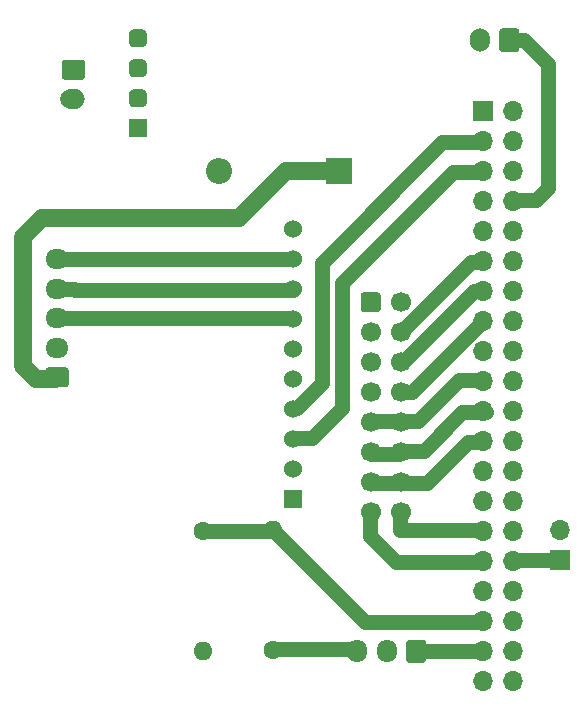
<source format=gbr>
%TF.GenerationSoftware,KiCad,Pcbnew,(5.1.8-0-10_14)*%
%TF.CreationDate,2021-09-21T14:49:06-04:00*%
%TF.ProjectId,PiHatPro,50694861-7450-4726-9f2e-6b696361645f,rev?*%
%TF.SameCoordinates,PX9b0780PY44cb540*%
%TF.FileFunction,Copper,L4,Bot*%
%TF.FilePolarity,Positive*%
%FSLAX46Y46*%
G04 Gerber Fmt 4.6, Leading zero omitted, Abs format (unit mm)*
G04 Created by KiCad (PCBNEW (5.1.8-0-10_14)) date 2021-09-21 14:49:06*
%MOMM*%
%LPD*%
G01*
G04 APERTURE LIST*
%TA.AperFunction,ComponentPad*%
%ADD10C,1.524000*%
%TD*%
%TA.AperFunction,ComponentPad*%
%ADD11R,1.524000X1.524000*%
%TD*%
%TA.AperFunction,ComponentPad*%
%ADD12O,1.950000X1.700000*%
%TD*%
%TA.AperFunction,ComponentPad*%
%ADD13O,1.700000X1.700000*%
%TD*%
%TA.AperFunction,ComponentPad*%
%ADD14R,1.700000X1.700000*%
%TD*%
%TA.AperFunction,ComponentPad*%
%ADD15O,1.600000X1.600000*%
%TD*%
%TA.AperFunction,ComponentPad*%
%ADD16C,1.600000*%
%TD*%
%TA.AperFunction,ComponentPad*%
%ADD17O,1.700000X1.950000*%
%TD*%
%TA.AperFunction,ComponentPad*%
%ADD18C,1.700000*%
%TD*%
%TA.AperFunction,ComponentPad*%
%ADD19O,1.700000X2.000000*%
%TD*%
%TA.AperFunction,ComponentPad*%
%ADD20O,2.200000X2.200000*%
%TD*%
%TA.AperFunction,ComponentPad*%
%ADD21R,2.200000X2.200000*%
%TD*%
%TA.AperFunction,ComponentPad*%
%ADD22O,2.000000X1.700000*%
%TD*%
%TA.AperFunction,Conductor*%
%ADD23C,1.500000*%
%TD*%
%TA.AperFunction,Conductor*%
%ADD24C,1.250000*%
%TD*%
G04 APERTURE END LIST*
D10*
%TO.P,U2,10*%
%TO.N,Net-(U2-Pad10)*%
X24700000Y41280000D03*
%TO.P,U2,9*%
%TO.N,JOYSTICK_SW*%
X24700000Y38740000D03*
%TO.P,U2,8*%
%TO.N,JOYSTICK_Y*%
X24700000Y36200000D03*
%TO.P,U2,7*%
%TO.N,JOYSTICK_X*%
X24700000Y33660000D03*
%TO.P,U2,6*%
%TO.N,Net-(U2-Pad6)*%
X24700000Y31120000D03*
%TO.P,U2,5*%
%TO.N,GND*%
X24700000Y28580000D03*
%TO.P,U2,4*%
%TO.N,SDA*%
X24700000Y26040000D03*
%TO.P,U2,3*%
%TO.N,SCL*%
X24700000Y23500000D03*
%TO.P,U2,2*%
%TO.N,GND*%
X24700000Y20960000D03*
D11*
%TO.P,U2,1*%
%TO.N,+3V3*%
X24700000Y18420000D03*
%TD*%
D12*
%TO.P,J4,5*%
%TO.N,JOYSTICK_SW*%
X4700000Y38700000D03*
%TO.P,J4,4*%
%TO.N,JOYSTICK_Y*%
X4700000Y36200000D03*
%TO.P,J4,3*%
%TO.N,JOYSTICK_X*%
X4700000Y33700000D03*
%TO.P,J4,2*%
%TO.N,GND*%
X4700000Y31200000D03*
%TO.P,J4,1*%
%TO.N,+5V*%
%TA.AperFunction,ComponentPad*%
G36*
G01*
X5425000Y27850000D02*
X3975000Y27850000D01*
G75*
G02*
X3725000Y28100000I0J250000D01*
G01*
X3725000Y29300000D01*
G75*
G02*
X3975000Y29550000I250000J0D01*
G01*
X5425000Y29550000D01*
G75*
G02*
X5675000Y29300000I0J-250000D01*
G01*
X5675000Y28100000D01*
G75*
G02*
X5425000Y27850000I-250000J0D01*
G01*
G37*
%TD.AperFunction*%
%TD*%
D13*
%TO.P,J9,2*%
%TO.N,GND*%
X47250000Y15790000D03*
D14*
%TO.P,J9,1*%
%TO.N,Buzzer*%
X47250000Y13250000D03*
%TD*%
D15*
%TO.P,R2,2*%
%TO.N,GND*%
X17100000Y5540000D03*
D16*
%TO.P,R2,1*%
%TO.N,ZProbe3V3*%
X17100000Y15700000D03*
%TD*%
D15*
%TO.P,R1,2*%
%TO.N,ZProbe3V3*%
X23000000Y15760000D03*
D16*
%TO.P,R1,1*%
%TO.N,ZProbeIn*%
X23000000Y5600000D03*
%TD*%
D17*
%TO.P,J5,3*%
%TO.N,ZProbeIn*%
X30100000Y5500000D03*
%TO.P,J5,2*%
%TO.N,GND*%
X32600000Y5500000D03*
%TO.P,J5,1*%
%TO.N,LaserControl*%
%TA.AperFunction,ComponentPad*%
G36*
G01*
X35950000Y6225000D02*
X35950000Y4775000D01*
G75*
G02*
X35700000Y4525000I-250000J0D01*
G01*
X34500000Y4525000D01*
G75*
G02*
X34250000Y4775000I0J250000D01*
G01*
X34250000Y6225000D01*
G75*
G02*
X34500000Y6475000I250000J0D01*
G01*
X35700000Y6475000D01*
G75*
G02*
X35950000Y6225000I0J-250000D01*
G01*
G37*
%TD.AperFunction*%
%TD*%
D18*
%TO.P,J6,16*%
%TO.N,T_IRQ*%
X33790000Y17288000D03*
%TO.P,J6,14*%
%TO.N,SLCK*%
X33790000Y19828000D03*
%TO.P,J6,12*%
%TO.N,MISO*%
X33790000Y22368000D03*
%TO.P,J6,10*%
%TO.N,MOSI*%
X33790000Y24908000D03*
%TO.P,J6,8*%
%TO.N,RESET*%
X33790000Y27448000D03*
%TO.P,J6,6*%
%TO.N,DC*%
X33790000Y29988000D03*
%TO.P,J6,4*%
%TO.N,CS*%
X33790000Y32528000D03*
%TO.P,J6,2*%
%TO.N,+5V*%
X33790000Y35068000D03*
%TO.P,J6,15*%
%TO.N,T_CS*%
X31250000Y17288000D03*
%TO.P,J6,13*%
%TO.N,SLCK*%
X31250000Y19828000D03*
%TO.P,J6,11*%
%TO.N,MISO*%
X31250000Y22368000D03*
%TO.P,J6,9*%
%TO.N,MOSI*%
X31250000Y24908000D03*
%TO.P,J6,7*%
%TO.N,Net-(J6-Pad7)*%
X31250000Y27448000D03*
%TO.P,J6,5*%
%TO.N,Net-(J6-Pad5)*%
X31250000Y29988000D03*
%TO.P,J6,3*%
%TO.N,GND*%
X31250000Y32528000D03*
%TO.P,J6,1*%
%TO.N,+5V*%
%TA.AperFunction,ComponentPad*%
G36*
G01*
X30400000Y34468000D02*
X30400000Y35668000D01*
G75*
G02*
X30650000Y35918000I250000J0D01*
G01*
X31850000Y35918000D01*
G75*
G02*
X32100000Y35668000I0J-250000D01*
G01*
X32100000Y34468000D01*
G75*
G02*
X31850000Y34218000I-250000J0D01*
G01*
X30650000Y34218000D01*
G75*
G02*
X30400000Y34468000I0J250000D01*
G01*
G37*
%TD.AperFunction*%
%TD*%
D13*
%TO.P,J1,40*%
%TO.N,Net-(J1-Pad40)*%
X43290000Y2990000D03*
%TO.P,J1,39*%
%TO.N,GND*%
X40750000Y2990000D03*
%TO.P,J1,38*%
%TO.N,Net-(J1-Pad38)*%
X43290000Y5530000D03*
%TO.P,J1,37*%
%TO.N,LaserControl*%
X40750000Y5530000D03*
%TO.P,J1,36*%
%TO.N,Net-(J1-Pad36)*%
X43290000Y8070000D03*
%TO.P,J1,35*%
%TO.N,ZProbe3V3*%
X40750000Y8070000D03*
%TO.P,J1,34*%
%TO.N,GND*%
X43290000Y10610000D03*
%TO.P,J1,33*%
%TO.N,Net-(J1-Pad33)*%
X40750000Y10610000D03*
%TO.P,J1,32*%
%TO.N,Buzzer*%
X43290000Y13150000D03*
%TO.P,J1,31*%
%TO.N,T_CS*%
X40750000Y13150000D03*
%TO.P,J1,30*%
%TO.N,GND*%
X43290000Y15690000D03*
%TO.P,J1,29*%
%TO.N,T_IRQ*%
X40750000Y15690000D03*
%TO.P,J1,28*%
%TO.N,Net-(J1-Pad28)*%
X43290000Y18230000D03*
%TO.P,J1,27*%
%TO.N,Net-(J1-Pad27)*%
X40750000Y18230000D03*
%TO.P,J1,26*%
%TO.N,Net-(J1-Pad26)*%
X43290000Y20770000D03*
%TO.P,J1,25*%
%TO.N,GND*%
X40750000Y20770000D03*
%TO.P,J1,24*%
%TO.N,Net-(J1-Pad24)*%
X43290000Y23310000D03*
%TO.P,J1,23*%
%TO.N,SLCK*%
X40750000Y23310000D03*
%TO.P,J1,22*%
%TO.N,Net-(J1-Pad22)*%
X43290000Y25850000D03*
%TO.P,J1,21*%
%TO.N,MISO*%
X40750000Y25850000D03*
%TO.P,J1,20*%
%TO.N,GND*%
X43290000Y28390000D03*
%TO.P,J1,19*%
%TO.N,MOSI*%
X40750000Y28390000D03*
%TO.P,J1,18*%
%TO.N,Net-(J1-Pad18)*%
X43290000Y30930000D03*
%TO.P,J1,17*%
%TO.N,+3V3*%
X40750000Y30930000D03*
%TO.P,J1,16*%
%TO.N,Net-(J1-Pad16)*%
X43290000Y33470000D03*
%TO.P,J1,15*%
%TO.N,RESET*%
X40750000Y33470000D03*
%TO.P,J1,14*%
%TO.N,GND*%
X43290000Y36010000D03*
%TO.P,J1,13*%
%TO.N,DC*%
X40750000Y36010000D03*
%TO.P,J1,12*%
%TO.N,Net-(J1-Pad12)*%
X43290000Y38550000D03*
%TO.P,J1,11*%
%TO.N,CS*%
X40750000Y38550000D03*
%TO.P,J1,10*%
%TO.N,Net-(J1-Pad10)*%
X43290000Y41090000D03*
%TO.P,J1,9*%
%TO.N,GND*%
X40750000Y41090000D03*
%TO.P,J1,8*%
%TO.N,UVControl*%
X43290000Y43630000D03*
%TO.P,J1,7*%
%TO.N,Net-(J1-Pad7)*%
X40750000Y43630000D03*
%TO.P,J1,6*%
%TO.N,GND*%
X43290000Y46170000D03*
%TO.P,J1,5*%
%TO.N,SCL*%
X40750000Y46170000D03*
%TO.P,J1,4*%
%TO.N,+5V*%
X43290000Y48710000D03*
%TO.P,J1,3*%
%TO.N,SDA*%
X40750000Y48710000D03*
%TO.P,J1,2*%
%TO.N,+5V*%
X43290000Y51250000D03*
D14*
%TO.P,J1,1*%
%TO.N,+3V3*%
X40750000Y51250000D03*
%TD*%
D19*
%TO.P,J3,2*%
%TO.N,GND*%
X40500000Y57250000D03*
%TO.P,J3,1*%
%TO.N,UVControl*%
%TA.AperFunction,ComponentPad*%
G36*
G01*
X43850000Y58000000D02*
X43850000Y56500000D01*
G75*
G02*
X43600000Y56250000I-250000J0D01*
G01*
X42400000Y56250000D01*
G75*
G02*
X42150000Y56500000I0J250000D01*
G01*
X42150000Y58000000D01*
G75*
G02*
X42400000Y58250000I250000J0D01*
G01*
X43600000Y58250000D01*
G75*
G02*
X43850000Y58000000I0J-250000D01*
G01*
G37*
%TD.AperFunction*%
%TD*%
%TO.P,U1,4*%
%TO.N,Net-(U1-Pad4)*%
%TA.AperFunction,ComponentPad*%
G36*
G01*
X11931000Y56648000D02*
X11169000Y56648000D01*
G75*
G02*
X10788000Y57029000I0J381000D01*
G01*
X10788000Y57791000D01*
G75*
G02*
X11169000Y58172000I381000J0D01*
G01*
X11931000Y58172000D01*
G75*
G02*
X12312000Y57791000I0J-381000D01*
G01*
X12312000Y57029000D01*
G75*
G02*
X11931000Y56648000I-381000J0D01*
G01*
G37*
%TD.AperFunction*%
%TO.P,U1,3*%
%TO.N,+24V*%
%TA.AperFunction,ComponentPad*%
G36*
G01*
X11931000Y54108000D02*
X11169000Y54108000D01*
G75*
G02*
X10788000Y54489000I0J381000D01*
G01*
X10788000Y55251000D01*
G75*
G02*
X11169000Y55632000I381000J0D01*
G01*
X11931000Y55632000D01*
G75*
G02*
X12312000Y55251000I0J-381000D01*
G01*
X12312000Y54489000D01*
G75*
G02*
X11931000Y54108000I-381000J0D01*
G01*
G37*
%TD.AperFunction*%
%TO.P,U1,2*%
%TO.N,GND*%
%TA.AperFunction,ComponentPad*%
G36*
G01*
X11931000Y51568000D02*
X11169000Y51568000D01*
G75*
G02*
X10788000Y51949000I0J381000D01*
G01*
X10788000Y52711000D01*
G75*
G02*
X11169000Y53092000I381000J0D01*
G01*
X11931000Y53092000D01*
G75*
G02*
X12312000Y52711000I0J-381000D01*
G01*
X12312000Y51949000D01*
G75*
G02*
X11931000Y51568000I-381000J0D01*
G01*
G37*
%TD.AperFunction*%
D11*
%TO.P,U1,1*%
%TO.N,Net-(D1-Pad2)*%
X11550000Y49790000D03*
%TD*%
D20*
%TO.P,D1,2*%
%TO.N,Net-(D1-Pad2)*%
X18440000Y46200000D03*
D21*
%TO.P,D1,1*%
%TO.N,+5V*%
X28600000Y46200000D03*
%TD*%
%TO.P,J2,1*%
%TO.N,+24V*%
%TA.AperFunction,ComponentPad*%
G36*
G01*
X5334000Y55600000D02*
X6834000Y55600000D01*
G75*
G02*
X7084000Y55350000I0J-250000D01*
G01*
X7084000Y54150000D01*
G75*
G02*
X6834000Y53900000I-250000J0D01*
G01*
X5334000Y53900000D01*
G75*
G02*
X5084000Y54150000I0J250000D01*
G01*
X5084000Y55350000D01*
G75*
G02*
X5334000Y55600000I250000J0D01*
G01*
G37*
%TD.AperFunction*%
D22*
%TO.P,J2,2*%
%TO.N,GND*%
X6084000Y52250000D03*
%TD*%
D23*
%TO.N,GND*%
X6000000Y52250000D02*
X5740000Y52250000D01*
%TO.N,+5V*%
X4500000Y28600000D02*
X2900000Y28600000D01*
X2900000Y28600000D02*
X1800000Y29700000D01*
X1800000Y29700000D02*
X1800000Y40600000D01*
X1800000Y40600000D02*
X3400000Y42200000D01*
X3400000Y42200000D02*
X6300000Y42200000D01*
X5100000Y42200000D02*
X6300000Y42200000D01*
X24100000Y46200000D02*
X28400000Y46200000D01*
X20100000Y42200000D02*
X24100000Y46200000D01*
X6300000Y42200000D02*
X20100000Y42200000D01*
D24*
%TO.N,SLCK*%
X36000000Y19750000D02*
X39500000Y23250000D01*
X39500000Y23250000D02*
X40750000Y23250000D01*
X31250000Y19750000D02*
X36000000Y19750000D01*
%TO.N,MOSI*%
X31250000Y25000000D02*
X34000000Y25000000D01*
X33750000Y25000000D02*
X35250000Y25000000D01*
X38750000Y28500000D02*
X40750000Y28500000D01*
X35250000Y25000000D02*
X38750000Y28500000D01*
%TO.N,MISO*%
X33500000Y22250000D02*
X33750000Y22500000D01*
X31250000Y22250000D02*
X33500000Y22250000D01*
X33750000Y22500000D02*
X35750000Y22500000D01*
X39000000Y25750000D02*
X41000000Y25750000D01*
X35750000Y22500000D02*
X39000000Y25750000D01*
%TO.N,T_IRQ*%
X40500000Y15750000D02*
X33750000Y15750000D01*
X33750000Y15750000D02*
X33750000Y17250000D01*
%TO.N,RESET*%
X34750000Y27500000D02*
X40750000Y33500000D01*
X33750000Y27500000D02*
X34750000Y27500000D01*
%TO.N,DC*%
X34000000Y30000000D02*
X40000000Y36000000D01*
X33750000Y30000000D02*
X34000000Y30000000D01*
X40750000Y36000000D02*
X40000000Y36000000D01*
%TO.N,CS*%
X33750000Y32500000D02*
X33775002Y32500000D01*
X40500000Y38500000D02*
X40750000Y38500000D01*
X33750000Y32500000D02*
X39750000Y38500000D01*
X39750000Y38500000D02*
X40750000Y38500000D01*
%TO.N,T_CS*%
X40700000Y13100000D02*
X33400000Y13100000D01*
X31200000Y15300000D02*
X31200000Y17100000D01*
X33400000Y13100000D02*
X31200000Y15300000D01*
%TO.N,LaserControl*%
X40500000Y5500000D02*
X40600000Y5400000D01*
X35100000Y5500000D02*
X40500000Y5500000D01*
%TO.N,UVControl*%
X44250000Y57250000D02*
X43000000Y57250000D01*
X46250000Y55250000D02*
X44250000Y57250000D01*
X46250000Y44750000D02*
X46250000Y55250000D01*
X45250000Y43750000D02*
X46250000Y44750000D01*
X43250000Y43750000D02*
X45250000Y43750000D01*
%TO.N,ZProbe3V3*%
X22900000Y15700000D02*
X17000000Y15700000D01*
X30800000Y8000000D02*
X23000000Y15800000D01*
X40600000Y8000000D02*
X30800000Y8000000D01*
%TO.N,SCL*%
X24600000Y23600000D02*
X26300000Y23600000D01*
X26300000Y23600000D02*
X28800000Y26100000D01*
X28800000Y26100000D02*
X28800000Y36700000D01*
X38200000Y46100000D02*
X40700000Y46100000D01*
X28800000Y36700000D02*
X38200000Y46100000D01*
%TO.N,SDA*%
X24600000Y26100000D02*
X25000000Y26100000D01*
X25000000Y26100000D02*
X27100000Y28200000D01*
X27100000Y28200000D02*
X27100000Y38400000D01*
X37300000Y48600000D02*
X40800000Y48600000D01*
X27100000Y38400000D02*
X37300000Y48600000D01*
%TO.N,ZProbeIn*%
X29800000Y5700000D02*
X29900000Y5600000D01*
X23000000Y5700000D02*
X29800000Y5700000D01*
%TO.N,Buzzer*%
X43250000Y13250000D02*
X47250000Y13250000D01*
%TO.N,JOYSTICK_SW*%
X24700000Y38700000D02*
X24800000Y38800000D01*
X4800000Y38700000D02*
X24700000Y38700000D01*
%TO.N,JOYSTICK_Y*%
X6100000Y36200000D02*
X4600000Y36200000D01*
X6200000Y36100000D02*
X6100000Y36200000D01*
X24700000Y36100000D02*
X6200000Y36100000D01*
%TO.N,JOYSTICK_X*%
X4800000Y33700000D02*
X24600000Y33700000D01*
%TD*%
M02*

</source>
